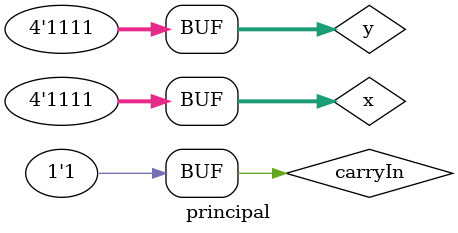
<source format=v>

`include "FullAdder.v"

module adder_subtractor(output [3:0]s, input [3:0]a,
			input [3:0]b, input carryIn);
	wire [3:0]aux;
	xor xor1(aux[0],b[0],carryIn);
	xor xor2(aux[1],b[1],carryIn);
	xor xor3(aux[2],b[2],carryIn);
	xor xor4(aux[3],b[3],carryIn);
	fullAdder4bits fa1(s,a,aux,carryIn);
endmodule //f4

module principal;
	reg [3:0]x,y;
	reg carryIn;
	wire [3:0]s;
	
	adder_subtractor as1(s,x,y,carryIn);
	
	initial begin
		x = 4'b0000;
		y = 4'b0000;
		carryIn = 0;
		$display("Exemplo0051 - Mateus Guilherme do Carmo Cruz - 427446");
		$display("Adder/Subtractor 4bits");
		$display("CarryIn: (0) - adder, (1) - subtractor");
		$display("cIn \tx +/- y = s");
		$monitor("%b \t%4b +/- %4b = %4b",carryIn,x,y,s);
		#1 carryIn = 1;
		
		#1 y = 1; carryIn = 0;
		#1 carryIn = 1;
		#1 y = 2; carryIn = 0;
		#1 carryIn = 1;
		#1 y = 3; carryIn = 0;
		#1 carryIn = 1;
		#1 y = 4; carryIn = 0;
		#1 carryIn = 1;
		#1 y = 5; carryIn = 0;
		#1 carryIn = 1;
		#1 y = 6; carryIn = 0;
		#1 carryIn = 1;
		#1 y = 7; carryIn = 0;
		#1 carryIn = 1;
		#1 y = 8; carryIn = 0;
		#1 carryIn = 1;
		#1 y = 9; carryIn = 0;
		#1 carryIn = 1;
		#1 y = 10; carryIn = 0;
		#1 carryIn = 1;
		#1 y = 11; carryIn = 0;
		#1 carryIn = 1;
		#1 y = 12; carryIn = 0;
		#1 carryIn = 1;
		#1 y = 13; carryIn = 0;
		#1 carryIn = 1;
		#1 y = 14; carryIn = 0;
		#1 carryIn = 1;
		#1 y = 15; carryIn = 0;
		#1 carryIn = 1;
		
		#1 x = 1; y = 0; carryIn = 0;
		#1 carryIn = 1;
		#1 y = 1; carryIn = 0;
		#1 carryIn = 1;
		#1 y = 2; carryIn = 0;
		#1 carryIn = 1;
		#1 y = 3; carryIn = 0;
		#1 carryIn = 1;
		#1 y = 4; carryIn = 0;
		#1 carryIn = 1;
		#1 y = 5; carryIn = 0;
		#1 carryIn = 1;
		#1 y = 6; carryIn = 0;
		#1 carryIn = 1;
		#1 y = 7; carryIn = 0;
		#1 carryIn = 1;
		#1 y = 8; carryIn = 0;
		#1 carryIn = 1;
		#1 y = 9; carryIn = 0;
		#1 carryIn = 1;
		#1 y = 10; carryIn = 0;
		#1 carryIn = 1;
		#1 y = 11; carryIn = 0;
		#1 carryIn = 1;
		#1 y = 12; carryIn = 0;
		#1 carryIn = 1;
		#1 y = 13; carryIn = 0;
		#1 carryIn = 1;
		#1 y = 14; carryIn = 0;
		#1 carryIn = 1;
		#1 y = 15; carryIn = 0;
		#1 carryIn = 1;
		
		#1 x = 2; y = 0; carryIn = 0;
		#1 carryIn = 1;
		#1 y = 1; carryIn = 0;
		#1 carryIn = 1;
		#1 y = 2; carryIn = 0;
		#1 carryIn = 1;
		#1 y = 3; carryIn = 0;
		#1 carryIn = 1;
		#1 y = 4; carryIn = 0;
		#1 carryIn = 1;
		#1 y = 5; carryIn = 0;
		#1 carryIn = 1;
		#1 y = 6; carryIn = 0;
		#1 carryIn = 1;
		#1 y = 7; carryIn = 0;
		#1 carryIn = 1;
		#1 y = 8; carryIn = 0;
		#1 carryIn = 1;
		#1 y = 9; carryIn = 0;
		#1 carryIn = 1;
		#1 y = 10; carryIn = 0;
		#1 carryIn = 1;
		#1 y = 11; carryIn = 0;
		#1 carryIn = 1;
		#1 y = 12; carryIn = 0;
		#1 carryIn = 1;
		#1 y = 13; carryIn = 0;
		#1 carryIn = 1;
		#1 y = 14; carryIn = 0;
		#1 carryIn = 1;
		#1 y = 15; carryIn = 0;
		#1 carryIn = 1;
		
		#1 x = 15; y = 0; carryIn = 0;
		#1 carryIn = 1;
		#1 y = 1; carryIn = 0;
		#1 carryIn = 1;
		#1 y = 2; carryIn = 0;
		#1 carryIn = 1;
		#1 y = 3; carryIn = 0;
		#1 carryIn = 1;
		#1 y = 4; carryIn = 0;
		#1 carryIn = 1;
		#1 y = 5; carryIn = 0;
		#1 carryIn = 1;
		#1 y = 6; carryIn = 0;
		#1 carryIn = 1;
		#1 y = 7; carryIn = 0;
		#1 carryIn = 1;
		#1 y = 8; carryIn = 0;
		#1 carryIn = 1;
		#1 y = 9; carryIn = 0;
		#1 carryIn = 1;
		#1 y = 10; carryIn = 0;
		#1 carryIn = 1;
		#1 y = 11; carryIn = 0;
		#1 carryIn = 1;
		#1 y = 12; carryIn = 0;
		#1 carryIn = 1;
		#1 y = 13; carryIn = 0;
		#1 carryIn = 1;
		#1 y = 14; carryIn = 0;
		#1 carryIn = 1;
		#1 y = 15; carryIn = 0;
		#1 carryIn = 1;
	end
endmodule //principal
</source>
